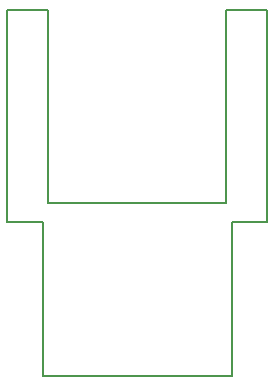
<source format=gm1>
G04 #@! TF.FileFunction,Profile,NP*
%FSLAX46Y46*%
G04 Gerber Fmt 4.6, Leading zero omitted, Abs format (unit mm)*
G04 Created by KiCad (PCBNEW 4.0.6) date 07/02/17 00:09:44*
%MOMM*%
%LPD*%
G01*
G04 APERTURE LIST*
%ADD10C,0.100000*%
%ADD11C,0.150000*%
G04 APERTURE END LIST*
D10*
D11*
X3036300Y-31044800D02*
X19036300Y-31044800D01*
X3036300Y-31044800D02*
X3036300Y-18044800D01*
X19036300Y-31044800D02*
X19036300Y-18044800D01*
X19036300Y-18044800D02*
X22036300Y-18044800D01*
X3036300Y-18044800D02*
X36300Y-18044800D01*
X36300Y-18044800D02*
X36300Y-44800D01*
X36300Y-44800D02*
X3436300Y-44800D01*
X18536300Y-44800D02*
X22036300Y-44800D01*
X22036300Y-44800D02*
X22036300Y-18044800D01*
X3436300Y-44800D02*
X3436300Y-16444800D01*
X3436300Y-16444800D02*
X18536300Y-16444800D01*
X18536300Y-16444800D02*
X18536300Y-44800D01*
M02*

</source>
